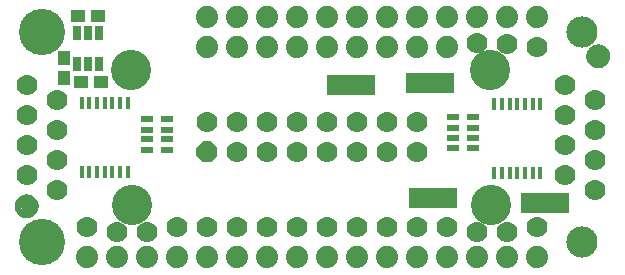
<source format=gbr>
G04 EAGLE Gerber RS-274X export*
G75*
%MOMM*%
%FSLAX34Y34*%
%LPD*%
%INSoldermask Bottom*%
%IPPOS*%
%AMOC8*
5,1,8,0,0,1.08239X$1,22.5*%
G01*
%ADD10C,2.641600*%
%ADD11C,3.911600*%
%ADD12C,1.879600*%
%ADD13R,4.165600X1.778000*%
%ADD14P,1.924489X8X22.500000*%
%ADD15C,1.778000*%
%ADD16C,3.403600*%
%ADD17R,0.450000X1.000000*%
%ADD18R,1.001600X0.551600*%
%ADD19R,1.176600X1.101600*%
%ADD20R,0.651600X1.301600*%
%ADD21R,1.101600X1.176600*%
%ADD22C,1.101600*%
%ADD23C,0.500000*%


D10*
X482600Y203200D03*
X482600Y25400D03*
D11*
X25400Y203200D03*
X25400Y25400D03*
D12*
X165100Y215900D03*
X190500Y215900D03*
X215900Y215900D03*
X241300Y215900D03*
X266700Y215900D03*
X292100Y215900D03*
X317500Y215900D03*
X342900Y215900D03*
X368300Y215900D03*
X393700Y215900D03*
X419100Y215900D03*
X444500Y215900D03*
X165100Y12700D03*
X190500Y12700D03*
X215900Y12700D03*
X241300Y12700D03*
X266700Y12700D03*
X292100Y12700D03*
X317500Y12700D03*
X342900Y12700D03*
X368300Y12700D03*
X393700Y12700D03*
X419100Y12700D03*
X444500Y12700D03*
X139700Y12700D03*
X114300Y12700D03*
X88900Y12700D03*
X63500Y12700D03*
D13*
X451485Y59055D03*
D14*
X165100Y101600D03*
D15*
X165100Y127000D03*
X190500Y101600D03*
X190500Y127000D03*
X215900Y101600D03*
X215900Y127000D03*
X241300Y101600D03*
X241300Y127000D03*
X266700Y101600D03*
X266700Y127000D03*
X292100Y101600D03*
X292100Y127000D03*
X317500Y101600D03*
X317500Y127000D03*
X342900Y101600D03*
X342900Y127000D03*
D13*
X356870Y62865D03*
X354330Y160020D03*
X287655Y158750D03*
D16*
X101600Y57150D03*
X100600Y171450D03*
D15*
X38100Y69900D03*
X12700Y82600D03*
X38100Y95300D03*
X12700Y108000D03*
X38100Y120700D03*
X12700Y133400D03*
X38100Y146100D03*
X12700Y158800D03*
D16*
X405130Y171450D03*
X406130Y57150D03*
D15*
X468630Y158700D03*
X494030Y146000D03*
X468630Y133300D03*
X494030Y120600D03*
X468630Y107900D03*
X494030Y95200D03*
X468630Y82500D03*
X494030Y69800D03*
D17*
X408490Y142915D03*
X414990Y142915D03*
X421490Y142915D03*
X427990Y142915D03*
X434490Y142915D03*
X440990Y142915D03*
X447490Y142915D03*
X447490Y84415D03*
X440990Y84415D03*
X434490Y84415D03*
X427990Y84415D03*
X421490Y84415D03*
X414990Y84415D03*
X408490Y84415D03*
X98240Y85050D03*
X91740Y85050D03*
X85240Y85050D03*
X78740Y85050D03*
X72240Y85050D03*
X65740Y85050D03*
X59240Y85050D03*
X59240Y143550D03*
X65740Y143550D03*
X72240Y143550D03*
X78740Y143550D03*
X85240Y143550D03*
X91740Y143550D03*
X98240Y143550D03*
D18*
X373770Y131110D03*
X390770Y131110D03*
X373770Y122110D03*
X373770Y114110D03*
X373770Y105110D03*
X390770Y105110D03*
X390770Y122110D03*
X390770Y114110D03*
X131690Y103840D03*
X114690Y103840D03*
X131690Y112840D03*
X131690Y120840D03*
X131690Y129840D03*
X114690Y129840D03*
X114690Y112840D03*
X114690Y120840D03*
D15*
X63500Y38100D03*
X88900Y34290D03*
X114300Y34290D03*
X444500Y190500D03*
X419100Y193040D03*
X393700Y194310D03*
D12*
X165100Y190500D03*
X190500Y190500D03*
X215900Y190500D03*
X241300Y190500D03*
X266700Y190500D03*
X292100Y190500D03*
X317500Y190500D03*
X342900Y190500D03*
X368300Y190500D03*
D15*
X444500Y38100D03*
X419100Y34290D03*
X393700Y34290D03*
X368300Y38100D03*
X342900Y38100D03*
X317500Y38100D03*
X292100Y38100D03*
X266700Y38100D03*
X241300Y38100D03*
X215900Y38100D03*
X190500Y38100D03*
X165100Y38100D03*
X139700Y38100D03*
D19*
X75810Y161290D03*
X58810Y161290D03*
D20*
X74270Y176230D03*
X64770Y176230D03*
X55270Y176230D03*
X55270Y202230D03*
X64770Y202230D03*
X74270Y202230D03*
D19*
X56270Y217170D03*
X73270Y217170D03*
D21*
X44450Y164220D03*
X44450Y181220D03*
D22*
X12700Y55880D03*
D23*
X20200Y55880D02*
X20198Y56061D01*
X20191Y56242D01*
X20180Y56423D01*
X20165Y56604D01*
X20145Y56784D01*
X20121Y56964D01*
X20093Y57143D01*
X20060Y57321D01*
X20023Y57498D01*
X19982Y57675D01*
X19937Y57850D01*
X19887Y58025D01*
X19833Y58198D01*
X19775Y58369D01*
X19713Y58540D01*
X19646Y58708D01*
X19576Y58875D01*
X19502Y59041D01*
X19423Y59204D01*
X19341Y59365D01*
X19255Y59525D01*
X19165Y59682D01*
X19071Y59837D01*
X18974Y59990D01*
X18872Y60140D01*
X18768Y60288D01*
X18659Y60434D01*
X18548Y60576D01*
X18432Y60716D01*
X18314Y60853D01*
X18192Y60988D01*
X18067Y61119D01*
X17939Y61247D01*
X17808Y61372D01*
X17673Y61494D01*
X17536Y61612D01*
X17396Y61728D01*
X17254Y61839D01*
X17108Y61948D01*
X16960Y62052D01*
X16810Y62154D01*
X16657Y62251D01*
X16502Y62345D01*
X16345Y62435D01*
X16185Y62521D01*
X16024Y62603D01*
X15861Y62682D01*
X15695Y62756D01*
X15528Y62826D01*
X15360Y62893D01*
X15189Y62955D01*
X15018Y63013D01*
X14845Y63067D01*
X14670Y63117D01*
X14495Y63162D01*
X14318Y63203D01*
X14141Y63240D01*
X13963Y63273D01*
X13784Y63301D01*
X13604Y63325D01*
X13424Y63345D01*
X13243Y63360D01*
X13062Y63371D01*
X12881Y63378D01*
X12700Y63380D01*
X12519Y63378D01*
X12338Y63371D01*
X12157Y63360D01*
X11976Y63345D01*
X11796Y63325D01*
X11616Y63301D01*
X11437Y63273D01*
X11259Y63240D01*
X11082Y63203D01*
X10905Y63162D01*
X10730Y63117D01*
X10555Y63067D01*
X10382Y63013D01*
X10211Y62955D01*
X10040Y62893D01*
X9872Y62826D01*
X9705Y62756D01*
X9539Y62682D01*
X9376Y62603D01*
X9215Y62521D01*
X9055Y62435D01*
X8898Y62345D01*
X8743Y62251D01*
X8590Y62154D01*
X8440Y62052D01*
X8292Y61948D01*
X8146Y61839D01*
X8004Y61728D01*
X7864Y61612D01*
X7727Y61494D01*
X7592Y61372D01*
X7461Y61247D01*
X7333Y61119D01*
X7208Y60988D01*
X7086Y60853D01*
X6968Y60716D01*
X6852Y60576D01*
X6741Y60434D01*
X6632Y60288D01*
X6528Y60140D01*
X6426Y59990D01*
X6329Y59837D01*
X6235Y59682D01*
X6145Y59525D01*
X6059Y59365D01*
X5977Y59204D01*
X5898Y59041D01*
X5824Y58875D01*
X5754Y58708D01*
X5687Y58540D01*
X5625Y58369D01*
X5567Y58198D01*
X5513Y58025D01*
X5463Y57850D01*
X5418Y57675D01*
X5377Y57498D01*
X5340Y57321D01*
X5307Y57143D01*
X5279Y56964D01*
X5255Y56784D01*
X5235Y56604D01*
X5220Y56423D01*
X5209Y56242D01*
X5202Y56061D01*
X5200Y55880D01*
X5202Y55699D01*
X5209Y55518D01*
X5220Y55337D01*
X5235Y55156D01*
X5255Y54976D01*
X5279Y54796D01*
X5307Y54617D01*
X5340Y54439D01*
X5377Y54262D01*
X5418Y54085D01*
X5463Y53910D01*
X5513Y53735D01*
X5567Y53562D01*
X5625Y53391D01*
X5687Y53220D01*
X5754Y53052D01*
X5824Y52885D01*
X5898Y52719D01*
X5977Y52556D01*
X6059Y52395D01*
X6145Y52235D01*
X6235Y52078D01*
X6329Y51923D01*
X6426Y51770D01*
X6528Y51620D01*
X6632Y51472D01*
X6741Y51326D01*
X6852Y51184D01*
X6968Y51044D01*
X7086Y50907D01*
X7208Y50772D01*
X7333Y50641D01*
X7461Y50513D01*
X7592Y50388D01*
X7727Y50266D01*
X7864Y50148D01*
X8004Y50032D01*
X8146Y49921D01*
X8292Y49812D01*
X8440Y49708D01*
X8590Y49606D01*
X8743Y49509D01*
X8898Y49415D01*
X9055Y49325D01*
X9215Y49239D01*
X9376Y49157D01*
X9539Y49078D01*
X9705Y49004D01*
X9872Y48934D01*
X10040Y48867D01*
X10211Y48805D01*
X10382Y48747D01*
X10555Y48693D01*
X10730Y48643D01*
X10905Y48598D01*
X11082Y48557D01*
X11259Y48520D01*
X11437Y48487D01*
X11616Y48459D01*
X11796Y48435D01*
X11976Y48415D01*
X12157Y48400D01*
X12338Y48389D01*
X12519Y48382D01*
X12700Y48380D01*
X12881Y48382D01*
X13062Y48389D01*
X13243Y48400D01*
X13424Y48415D01*
X13604Y48435D01*
X13784Y48459D01*
X13963Y48487D01*
X14141Y48520D01*
X14318Y48557D01*
X14495Y48598D01*
X14670Y48643D01*
X14845Y48693D01*
X15018Y48747D01*
X15189Y48805D01*
X15360Y48867D01*
X15528Y48934D01*
X15695Y49004D01*
X15861Y49078D01*
X16024Y49157D01*
X16185Y49239D01*
X16345Y49325D01*
X16502Y49415D01*
X16657Y49509D01*
X16810Y49606D01*
X16960Y49708D01*
X17108Y49812D01*
X17254Y49921D01*
X17396Y50032D01*
X17536Y50148D01*
X17673Y50266D01*
X17808Y50388D01*
X17939Y50513D01*
X18067Y50641D01*
X18192Y50772D01*
X18314Y50907D01*
X18432Y51044D01*
X18548Y51184D01*
X18659Y51326D01*
X18768Y51472D01*
X18872Y51620D01*
X18974Y51770D01*
X19071Y51923D01*
X19165Y52078D01*
X19255Y52235D01*
X19341Y52395D01*
X19423Y52556D01*
X19502Y52719D01*
X19576Y52885D01*
X19646Y53052D01*
X19713Y53220D01*
X19775Y53391D01*
X19833Y53562D01*
X19887Y53735D01*
X19937Y53910D01*
X19982Y54085D01*
X20023Y54262D01*
X20060Y54439D01*
X20093Y54617D01*
X20121Y54796D01*
X20145Y54976D01*
X20165Y55156D01*
X20180Y55337D01*
X20191Y55518D01*
X20198Y55699D01*
X20200Y55880D01*
D22*
X496570Y182880D03*
D23*
X504070Y182880D02*
X504068Y183061D01*
X504061Y183242D01*
X504050Y183423D01*
X504035Y183604D01*
X504015Y183784D01*
X503991Y183964D01*
X503963Y184143D01*
X503930Y184321D01*
X503893Y184498D01*
X503852Y184675D01*
X503807Y184850D01*
X503757Y185025D01*
X503703Y185198D01*
X503645Y185369D01*
X503583Y185540D01*
X503516Y185708D01*
X503446Y185875D01*
X503372Y186041D01*
X503293Y186204D01*
X503211Y186365D01*
X503125Y186525D01*
X503035Y186682D01*
X502941Y186837D01*
X502844Y186990D01*
X502742Y187140D01*
X502638Y187288D01*
X502529Y187434D01*
X502418Y187576D01*
X502302Y187716D01*
X502184Y187853D01*
X502062Y187988D01*
X501937Y188119D01*
X501809Y188247D01*
X501678Y188372D01*
X501543Y188494D01*
X501406Y188612D01*
X501266Y188728D01*
X501124Y188839D01*
X500978Y188948D01*
X500830Y189052D01*
X500680Y189154D01*
X500527Y189251D01*
X500372Y189345D01*
X500215Y189435D01*
X500055Y189521D01*
X499894Y189603D01*
X499731Y189682D01*
X499565Y189756D01*
X499398Y189826D01*
X499230Y189893D01*
X499059Y189955D01*
X498888Y190013D01*
X498715Y190067D01*
X498540Y190117D01*
X498365Y190162D01*
X498188Y190203D01*
X498011Y190240D01*
X497833Y190273D01*
X497654Y190301D01*
X497474Y190325D01*
X497294Y190345D01*
X497113Y190360D01*
X496932Y190371D01*
X496751Y190378D01*
X496570Y190380D01*
X496389Y190378D01*
X496208Y190371D01*
X496027Y190360D01*
X495846Y190345D01*
X495666Y190325D01*
X495486Y190301D01*
X495307Y190273D01*
X495129Y190240D01*
X494952Y190203D01*
X494775Y190162D01*
X494600Y190117D01*
X494425Y190067D01*
X494252Y190013D01*
X494081Y189955D01*
X493910Y189893D01*
X493742Y189826D01*
X493575Y189756D01*
X493409Y189682D01*
X493246Y189603D01*
X493085Y189521D01*
X492925Y189435D01*
X492768Y189345D01*
X492613Y189251D01*
X492460Y189154D01*
X492310Y189052D01*
X492162Y188948D01*
X492016Y188839D01*
X491874Y188728D01*
X491734Y188612D01*
X491597Y188494D01*
X491462Y188372D01*
X491331Y188247D01*
X491203Y188119D01*
X491078Y187988D01*
X490956Y187853D01*
X490838Y187716D01*
X490722Y187576D01*
X490611Y187434D01*
X490502Y187288D01*
X490398Y187140D01*
X490296Y186990D01*
X490199Y186837D01*
X490105Y186682D01*
X490015Y186525D01*
X489929Y186365D01*
X489847Y186204D01*
X489768Y186041D01*
X489694Y185875D01*
X489624Y185708D01*
X489557Y185540D01*
X489495Y185369D01*
X489437Y185198D01*
X489383Y185025D01*
X489333Y184850D01*
X489288Y184675D01*
X489247Y184498D01*
X489210Y184321D01*
X489177Y184143D01*
X489149Y183964D01*
X489125Y183784D01*
X489105Y183604D01*
X489090Y183423D01*
X489079Y183242D01*
X489072Y183061D01*
X489070Y182880D01*
X489072Y182699D01*
X489079Y182518D01*
X489090Y182337D01*
X489105Y182156D01*
X489125Y181976D01*
X489149Y181796D01*
X489177Y181617D01*
X489210Y181439D01*
X489247Y181262D01*
X489288Y181085D01*
X489333Y180910D01*
X489383Y180735D01*
X489437Y180562D01*
X489495Y180391D01*
X489557Y180220D01*
X489624Y180052D01*
X489694Y179885D01*
X489768Y179719D01*
X489847Y179556D01*
X489929Y179395D01*
X490015Y179235D01*
X490105Y179078D01*
X490199Y178923D01*
X490296Y178770D01*
X490398Y178620D01*
X490502Y178472D01*
X490611Y178326D01*
X490722Y178184D01*
X490838Y178044D01*
X490956Y177907D01*
X491078Y177772D01*
X491203Y177641D01*
X491331Y177513D01*
X491462Y177388D01*
X491597Y177266D01*
X491734Y177148D01*
X491874Y177032D01*
X492016Y176921D01*
X492162Y176812D01*
X492310Y176708D01*
X492460Y176606D01*
X492613Y176509D01*
X492768Y176415D01*
X492925Y176325D01*
X493085Y176239D01*
X493246Y176157D01*
X493409Y176078D01*
X493575Y176004D01*
X493742Y175934D01*
X493910Y175867D01*
X494081Y175805D01*
X494252Y175747D01*
X494425Y175693D01*
X494600Y175643D01*
X494775Y175598D01*
X494952Y175557D01*
X495129Y175520D01*
X495307Y175487D01*
X495486Y175459D01*
X495666Y175435D01*
X495846Y175415D01*
X496027Y175400D01*
X496208Y175389D01*
X496389Y175382D01*
X496570Y175380D01*
X496751Y175382D01*
X496932Y175389D01*
X497113Y175400D01*
X497294Y175415D01*
X497474Y175435D01*
X497654Y175459D01*
X497833Y175487D01*
X498011Y175520D01*
X498188Y175557D01*
X498365Y175598D01*
X498540Y175643D01*
X498715Y175693D01*
X498888Y175747D01*
X499059Y175805D01*
X499230Y175867D01*
X499398Y175934D01*
X499565Y176004D01*
X499731Y176078D01*
X499894Y176157D01*
X500055Y176239D01*
X500215Y176325D01*
X500372Y176415D01*
X500527Y176509D01*
X500680Y176606D01*
X500830Y176708D01*
X500978Y176812D01*
X501124Y176921D01*
X501266Y177032D01*
X501406Y177148D01*
X501543Y177266D01*
X501678Y177388D01*
X501809Y177513D01*
X501937Y177641D01*
X502062Y177772D01*
X502184Y177907D01*
X502302Y178044D01*
X502418Y178184D01*
X502529Y178326D01*
X502638Y178472D01*
X502742Y178620D01*
X502844Y178770D01*
X502941Y178923D01*
X503035Y179078D01*
X503125Y179235D01*
X503211Y179395D01*
X503293Y179556D01*
X503372Y179719D01*
X503446Y179885D01*
X503516Y180052D01*
X503583Y180220D01*
X503645Y180391D01*
X503703Y180562D01*
X503757Y180735D01*
X503807Y180910D01*
X503852Y181085D01*
X503893Y181262D01*
X503930Y181439D01*
X503963Y181617D01*
X503991Y181796D01*
X504015Y181976D01*
X504035Y182156D01*
X504050Y182337D01*
X504061Y182518D01*
X504068Y182699D01*
X504070Y182880D01*
M02*

</source>
